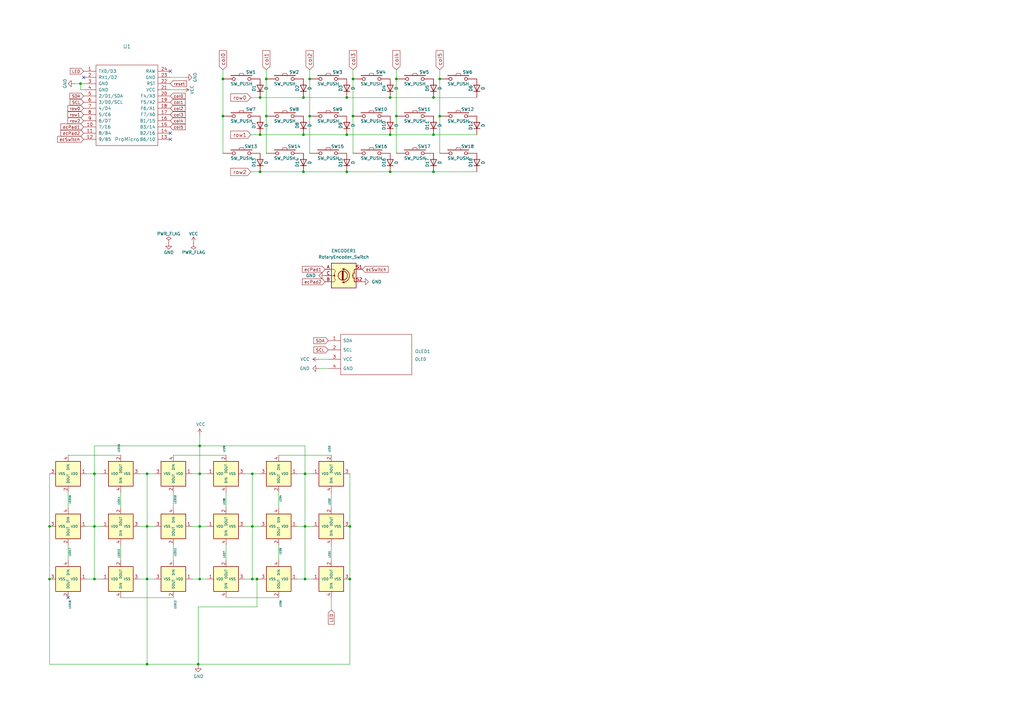
<source format=kicad_sch>
(kicad_sch (version 20211123) (generator eeschema)
  (paper "A3")
  (title_block (title "CheapDeck") (date "27-22-2022") (rev "1.0") (company "Danyal"))
  (lib_symbols
    (symbol "Device:D" (pin_numbers hide) (pin_names (offset 1.016) hide)
      (property "Reference" "D" (at 0 2.54 0))
      (property "Value" "Device_D" (at 0 -2.54 0))
      (symbol "D_0_1"
        (polyline (pts (xy -1.27 1.27) (xy -1.27 -1.27)) (stroke (width 0.254)))
        (polyline (pts (xy 1.27 0) (xy -1.27 0)))
        (polyline (pts (xy 1.27 1.27) (xy 1.27 -1.27) (xy -1.27 0) (xy 1.27 1.27)) (stroke (width 0.254)))
      )
      (symbol "D_1_1"
        (pin passive line (at -3.81 0 0) (length 2.54) (name "K") (number "1"))
        (pin passive line (at 3.81 0 180) (length 2.54) (name "A") (number "2"))
      )
    )
    (symbol "Device:RotaryEncoder_Switch" (pin_names (offset 0.254) hide)
      (property "Reference" "SW" (at 0 6.604 0))
      (property "Value" "RotaryEncoder_Switch" (at 0 -6.604 0))
      (symbol "RotaryEncoder_Switch_0_1"
        (rectangle (start -5.08 5.08) (end 5.08 -5.08) (stroke (width 0.254)) (fill (type background)))
        (circle (center -3.81 0) (radius 0.254) (fill (type outline)))
        (arc (start -0.381 -2.794) (mid 2.3622 -0.0508) (end -0.381 2.667) (stroke (width 0.254)))
        (circle (center -0.381 0) (radius 1.905) (stroke (width 0.254)))
        (polyline (pts (xy -0.635 -1.778) (xy -0.635 1.778)) (stroke (width 0.254)))
        (polyline (pts (xy -0.381 -1.778) (xy -0.381 1.778)) (stroke (width 0.254)))
        (polyline (pts (xy -0.127 1.778) (xy -0.127 -1.778)) (stroke (width 0.254)))
        (polyline (pts (xy 3.81 0) (xy 3.429 0)) (stroke (width 0.254)))
        (polyline (pts (xy 3.81 1.016) (xy 3.81 -1.016)) (stroke (width 0.254)))
        (polyline (pts (xy -5.08 -2.54) (xy -3.81 -2.54) (xy -3.81 -2.032)))
        (polyline (pts (xy -5.08 2.54) (xy -3.81 2.54) (xy -3.81 2.032)))
        (polyline (pts (xy 0.254 -3.048) (xy -0.508 -2.794) (xy 0.127 -2.413)) (stroke (width 0.254)))
        (polyline (pts (xy 0.254 2.921) (xy -0.508 2.667) (xy 0.127 2.286)) (stroke (width 0.254)))
        (polyline (pts (xy 5.08 -2.54) (xy 4.318 -2.54) (xy 4.318 -1.016)) (stroke (width 0.254)))
        (polyline (pts (xy 5.08 2.54) (xy 4.318 2.54) (xy 4.318 1.016)) (stroke (width 0.254)))
        (polyline (pts (xy -5.08 0) (xy -3.81 0) (xy -3.81 -1.016) (xy -3.302 -2.032)))
        (polyline (pts (xy -4.318 0) (xy -3.81 0) (xy -3.81 1.016) (xy -3.302 2.032)))
        (circle (center 4.318 -1.016) (radius 0.127) (stroke (width 0.254)))
        (circle (center 4.318 1.016) (radius 0.127) (stroke (width 0.254)))
      )
      (symbol "RotaryEncoder_Switch_1_1"
        (pin passive line (at -7.62 2.54 0) (length 2.54) (name "A") (number "A"))
        (pin passive line (at -7.62 -2.54 0) (length 2.54) (name "B") (number "B"))
        (pin passive line (at -7.62 0 0) (length 2.54) (name "C") (number "C"))
        (pin passive line (at 7.62 2.54 180) (length 2.54) (name "S1") (number "S1"))
        (pin passive line (at 7.62 -2.54 180) (length 2.54) (name "S2") (number "S2"))
      )
    )
    (symbol "GND_1" (power) (pin_names (offset 0))
      (property "Value" "GND_1" (at 0 -3.81 0))
      (symbol "GND_1_0_1"
        (polyline (pts (xy 0 0) (xy 0 -1.27) (xy 1.27 -1.27) (xy 0 -2.54) (xy -1.27 -1.27) (xy 0 -1.27)))
      )
      (symbol "GND_1_1_1"
        (pin power_in line (at 0 0 270) (length 0) hide (name "GND") (number "1"))
      )
    )
    (symbol "GND_2" (power) (pin_names (offset 0))
      (property "Value" "GND_2" (at 0 -3.81 0))
      (symbol "GND_2_0_1"
        (polyline (pts (xy 0 0) (xy 0 -1.27) (xy 1.27 -1.27) (xy 0 -2.54) (xy -1.27 -1.27) (xy 0 -1.27)))
      )
      (symbol "GND_2_1_1"
        (pin power_in line (at 0 0 270) (length 0) hide (name "GND") (number "1"))
      )
    )
    (symbol "GND_3" (power) (pin_names (offset 0))
      (property "Value" "GND_3" (at 0 -3.81 0))
      (symbol "GND_3_0_1"
        (polyline (pts (xy 0 0) (xy 0 -1.27) (xy 1.27 -1.27) (xy 0 -2.54) (xy -1.27 -1.27) (xy 0 -1.27)))
      )
      (symbol "GND_3_1_1"
        (pin power_in line (at 0 0 270) (length 0) hide (name "GND") (number "1"))
      )
    )
    (symbol "VCC_1" (power) (pin_names (offset 0))
      (property "Value" "VCC_1" (at 0 3.81 0))
      (symbol "VCC_1_0_1"
        (polyline (pts (xy -0.762 1.27) (xy 0 2.54)))
        (polyline (pts (xy 0 0) (xy 0 2.54)))
        (polyline (pts (xy 0 2.54) (xy 0.762 1.27)))
      )
      (symbol "VCC_1_1_1"
        (pin power_in line (at 0 0 90) (length 0) hide (name "VCC") (number "1"))
      )
    )
    (symbol "kbd:OLED" (pin_names (offset 1.016))
      (property "Reference" "OL" (at 0 2.54 0))
      (property "Value" "OLED" (at 0 -1.27 0))
      (symbol "OLED_0_1"
        (rectangle (start -13.97 8.89) (end 15.24 -7.62))
      )
      (symbol "OLED_1_1"
        (pin bidirectional line (at -19.05 6.35 0) (length 5.08) (name "SDA") (number "1"))
        (pin bidirectional line (at -19.05 2.54 0) (length 5.08) (name "SCL") (number "2"))
        (pin power_in line (at -19.05 -1.27 0) (length 5.08) (name "VCC") (number "3"))
        (pin power_in line (at -19.05 -5.08 0) (length 5.08) (name "GND") (number "4"))
      )
    )
    (symbol "kbd:ProMicro" (pin_names (offset 1.016))
      (property "Reference" "U" (at 0 19.05 0))
      (property "Value" "ProMicro" (at 0 -19.05 0))
      (symbol "ProMicro_0_1"
        (rectangle (start -12.7 16.51) (end 12.7 -16.51))
      )
      (symbol "ProMicro_1_1"
        (pin bidirectional line (at -17.78 13.97 0) (length 5.08) (name "TX0/D3") (number "1"))
        (pin bidirectional line (at -17.78 -8.89 0) (length 5.08) (name "7/E6") (number "10"))
        (pin bidirectional line (at -17.78 -11.43 0) (length 5.08) (name "8/B4") (number "11"))
        (pin bidirectional line (at -17.78 -13.97 0) (length 5.08) (name "9/B5") (number "12"))
        (pin bidirectional line (at 17.78 -13.97 180) (length 5.08) (name "B6/10") (number "13"))
        (pin bidirectional line (at 17.78 -11.43 180) (length 5.08) (name "B2/16") (number "14"))
        (pin bidirectional line (at 17.78 -8.89 180) (length 5.08) (name "B3/14") (number "15"))
        (pin bidirectional line (at 17.78 -6.35 180) (length 5.08) (name "B1/15") (number "16"))
        (pin bidirectional line (at 17.78 -3.81 180) (length 5.08) (name "F7/A0") (number "17"))
        (pin bidirectional line (at 17.78 -1.27 180) (length 5.08) (name "F6/A1") (number "18"))
        (pin bidirectional line (at 17.78 1.27 180) (length 5.08) (name "F5/A2") (number "19"))
        (pin bidirectional line (at -17.78 11.43 0) (length 5.08) (name "RX1/D2") (number "2"))
        (pin bidirectional line (at 17.78 3.81 180) (length 5.08) (name "F4/A3") (number "20"))
        (pin power_in line (at 17.78 6.35 180) (length 5.08) (name "VCC") (number "21"))
        (pin input line (at 17.78 8.89 180) (length 5.08) (name "RST") (number "22"))
        (pin power_in line (at 17.78 11.43 180) (length 5.08) (name "GND") (number "23"))
        (pin power_out line (at 17.78 13.97 180) (length 5.08) (name "RAW") (number "24"))
        (pin power_in line (at -17.78 8.89 0) (length 5.08) (name "GND") (number "3"))
        (pin power_in line (at -17.78 6.35 0) (length 5.08) (name "GND") (number "4"))
        (pin bidirectional line (at -17.78 3.81 0) (length 5.08) (name "2/D1/SDA") (number "5"))
        (pin bidirectional line (at -17.78 1.27 0) (length 5.08) (name "3/D0/SCL") (number "6"))
        (pin bidirectional line (at -17.78 -1.27 0) (length 5.08) (name "4/D4") (number "7"))
        (pin bidirectional line (at -17.78 -3.81 0) (length 5.08) (name "5/C6") (number "8"))
        (pin bidirectional line (at -17.78 -6.35 0) (length 5.08) (name "6/D7") (number "9"))
      )
    )
    (symbol "kbd:SW_PUSH" (pin_numbers hide) (pin_names (offset 1.016) hide)
      (property "Reference" "SW" (at 3.81 2.794 0))
      (property "Value" "SW_PUSH" (at 0 -2.032 0))
      (symbol "SW_PUSH_0_1"
        (rectangle (start -4.318 1.27) (end 4.318 1.524))
        (polyline (pts (xy -1.016 1.524) (xy -0.762 2.286) (xy 0.762 2.286) (xy 1.016 1.524)))
        (pin passive inverted (at -7.62 0 0) (length 5.08) (name "1") (number "1"))
        (pin passive inverted (at 7.62 0 180) (length 5.08) (name "2") (number "2"))
      )
    )
    (symbol "kbd:YS-SK6812MINI-E" (pin_names (offset 1.016))
      (property "Reference" "LED" (at 2.54 -7.62 0))
      (property "Value" "YS-SK6812MINI-E" (at 6.35 -6.35 0))
      (symbol "YS-SK6812MINI-E_0_1"
        (rectangle (start -5.08 5.08) (end 5.08 -5.08) (stroke (width 0.254)) (fill (type background)))
      )
      (symbol "YS-SK6812MINI-E_1_1"
        (pin power_in line (at 0 7.62 270) (length 2.54) (name "VDD") (number "1"))
        (pin output line (at 7.62 0 180) (length 2.54) (name "DOUT") (number "2"))
        (pin power_in line (at 0 -7.62 90) (length 2.54) (name "VSS") (number "3"))
        (pin input line (at -7.62 0 0) (length 2.54) (name "DIN") (number "4"))
      )
    )
    (symbol "power:GND" (power) (pin_names (offset 0))
      (property "Value" "power_GND" (at 0 -3.81 0))
      (symbol "GND_0_1"
        (polyline (pts (xy 0 0) (xy 0 -1.27) (xy 1.27 -1.27) (xy 0 -2.54) (xy -1.27 -1.27) (xy 0 -1.27)))
      )
      (symbol "GND_1_1"
        (pin power_in line (at 0 0 270) (length 0) hide (name "GND") (number "1"))
      )
    )
    (symbol "power:PWR_FLAG" (power) (pin_numbers hide) (pin_names (offset 0) hide)
      (property "Value" "power_PWR_FLAG" (at 0 3.81 0))
      (symbol "PWR_FLAG_0_0"
        (pin power_out line (at 0 0 90) (length 0) (name "pwr") (number "1"))
      )
      (symbol "PWR_FLAG_0_1"
        (polyline (pts (xy 0 0) (xy 0 1.27) (xy -1.016 1.905) (xy 0 2.54) (xy 1.016 1.905) (xy 0 1.27)))
      )
    )
    (symbol "power:VCC" (power) (pin_names (offset 0))
      (property "Value" "power_VCC" (at 0 3.81 0))
      (symbol "VCC_0_1"
        (polyline (pts (xy -0.762 1.27) (xy 0 2.54)))
        (polyline (pts (xy 0 0) (xy 0 2.54)))
        (polyline (pts (xy 0 2.54) (xy 0.762 1.27)))
      )
      (symbol "VCC_1_1"
        (pin power_in line (at 0 0 90) (length 0) hide (name "VCC") (number "1"))
      )
    )
  )
  (junction (at 109.22 32.385))
  (junction (at 60.325 194.31))
  (junction (at 103.505 215.9))
  (junction (at 33.02 34.29))
  (junction (at 105.41 237.49))
  (junction (at 124.46 40.005))
  (junction (at 177.8 70.485))
  (junction (at 38.735 215.9))
  (junction (at 106.68 40.005))
  (junction (at 60.325 237.49))
  (junction (at 60.325 215.9))
  (junction (at 81.915 194.31))
  (junction (at 103.505 237.49))
  (junction (at 162.56 47.625))
  (junction (at 180.34 47.625))
  (junction (at 81.915 182.88))
  (junction (at 103.505 194.31))
  (junction (at 91.44 32.385))
  (junction (at 38.735 237.49))
  (junction (at 160.02 55.245))
  (junction (at 142.24 55.245))
  (junction (at 177.8 55.245))
  (junction (at 20.32 215.9))
  (junction (at 81.915 237.49))
  (junction (at 144.78 47.625))
  (junction (at 81.28 272.415))
  (junction (at 38.735 194.31))
  (junction (at 106.68 55.245))
  (junction (at 91.44 47.625))
  (junction (at 160.02 40.005))
  (junction (at 125.095 194.31))
  (junction (at 162.56 32.385))
  (junction (at 20.32 237.49))
  (junction (at 177.8 40.005))
  (junction (at 127 32.385))
  (junction (at 81.915 215.9))
  (junction (at 109.22 47.625))
  (junction (at 60.325 272.415))
  (junction (at 125.095 215.9))
  (junction (at 127 47.625))
  (junction (at 124.46 55.245))
  (junction (at 125.095 237.49))
  (junction (at 124.46 70.485))
  (junction (at 143.51 215.9))
  (junction (at 142.24 70.485))
  (junction (at 144.78 32.385))
  (junction (at 106.68 70.485))
  (junction (at 142.24 40.005))
  (junction (at 160.02 70.485))
  (junction (at 143.51 237.49))
  (junction (at 180.34 32.385))
  (no_connect (at 69.85 57.15))
  (no_connect (at 69.85 29.21))
  (no_connect (at 34.29 31.75))
  (no_connect (at 27.94 245.11))
  (no_connect (at 69.85 54.61))
  (wire (pts (xy 103.505 194.31) (xy 103.505 215.9)))
  (wire (pts (xy 127 32.385) (xy 127 47.625)))
  (wire (pts (xy 177.8 40.005) (xy 195.58 40.005)))
  (wire (pts (xy 124.46 40.005) (xy 142.24 40.005)))
  (wire (pts (xy 81.915 237.49) (xy 81.915 215.9)))
  (wire (pts (xy 142.24 70.485) (xy 160.02 70.485)))
  (wire (pts (xy 91.44 28.575) (xy 91.44 32.385)))
  (wire (pts (xy 121.92 237.49) (xy 125.095 237.49)))
  (wire (pts (xy 103.505 215.9) (xy 106.68 215.9)))
  (wire (pts (xy 49.53 186.69) (xy 27.94 186.69)))
  (wire (pts (xy 128.27 194.31) (xy 125.095 194.31)))
  (wire (pts (xy 38.735 194.31) (xy 38.735 182.88)))
  (wire (pts (xy 92.71 186.69) (xy 71.12 186.69)))
  (wire (pts (xy 69.85 36.83) (xy 74.93 36.83)))
  (wire (pts (xy 38.735 215.9) (xy 41.91 215.9)))
  (wire (pts (xy 92.71 229.87) (xy 92.71 223.52)))
  (wire (pts (xy 81.915 194.31) (xy 81.915 182.88)))
  (wire (pts (xy 69.85 31.75) (xy 76.2 31.75)))
  (wire (pts (xy 144.78 28.575) (xy 144.78 32.385)))
  (wire (pts (xy 60.325 237.49) (xy 63.5 237.49)))
  (wire (pts (xy 106.68 40.005) (xy 124.46 40.005)))
  (wire (pts (xy 81.915 215.9) (xy 81.915 194.31)))
  (wire (pts (xy 114.3 245.11) (xy 92.71 245.11)))
  (wire (pts (xy 81.915 215.9) (xy 85.09 215.9)))
  (wire (pts (xy 106.68 194.31) (xy 103.505 194.31)))
  (wire (pts (xy 180.34 32.385) (xy 180.34 47.625)))
  (wire (pts (xy 130.81 147.32) (xy 134.62 147.32)))
  (wire (pts (xy 49.53 208.28) (xy 49.53 201.93)))
  (wire (pts (xy 109.22 28.575) (xy 109.22 32.385)))
  (wire (pts (xy 125.095 182.88) (xy 125.095 194.31)))
  (wire (pts (xy 60.325 215.9) (xy 63.5 215.9)))
  (wire (pts (xy 30.48 34.29) (xy 33.02 34.29)))
  (wire (pts (xy 160.02 55.245) (xy 177.8 55.245)))
  (wire (pts (xy 38.735 194.31) (xy 41.91 194.31)))
  (wire (pts (xy 135.89 186.69) (xy 114.3 186.69)))
  (wire (pts (xy 49.53 229.87) (xy 49.53 223.52)))
  (wire (pts (xy 127 47.625) (xy 127 62.865)))
  (wire (pts (xy 135.89 201.93) (xy 135.89 208.28)))
  (wire (pts (xy 100.33 237.49) (xy 103.505 237.49)))
  (wire (pts (xy 135.89 223.52) (xy 135.89 229.87)))
  (wire (pts (xy 160.02 40.005) (xy 177.8 40.005)))
  (wire (pts (xy 35.56 194.31) (xy 38.735 194.31)))
  (wire (pts (xy 142.24 55.245) (xy 160.02 55.245)))
  (wire (pts (xy 143.51 215.9) (xy 143.51 237.49)))
  (wire (pts (xy 35.56 237.49) (xy 38.735 237.49)))
  (wire (pts (xy 177.8 70.485) (xy 195.58 70.485)))
  (wire (pts (xy 106.68 70.485) (xy 124.46 70.485)))
  (wire (pts (xy 114.3 223.52) (xy 114.3 229.87)))
  (wire (pts (xy 125.095 215.9) (xy 128.27 215.9)))
  (wire (pts (xy 35.56 215.9) (xy 38.735 215.9)))
  (wire (pts (xy 78.74 237.49) (xy 81.915 237.49)))
  (wire (pts (xy 130.81 151.13) (xy 134.62 151.13)))
  (wire (pts (xy 103.505 237.49) (xy 105.41 237.49)))
  (wire (pts (xy 100.33 194.31) (xy 103.505 194.31)))
  (wire (pts (xy 60.325 272.415) (xy 20.32 272.415)))
  (wire (pts (xy 81.915 237.49) (xy 85.09 237.49)))
  (wire (pts (xy 20.32 237.49) (xy 20.32 272.415)))
  (wire (pts (xy 71.12 245.11) (xy 49.53 245.11)))
  (wire (pts (xy 105.41 248.92) (xy 105.41 237.49)))
  (wire (pts (xy 180.34 28.575) (xy 180.34 32.385)))
  (wire (pts (xy 125.095 237.49) (xy 128.27 237.49)))
  (wire (pts (xy 81.28 272.415) (xy 81.28 248.92)))
  (wire (pts (xy 81.915 194.31) (xy 85.09 194.31)))
  (wire (pts (xy 125.095 194.31) (xy 125.095 215.9)))
  (wire (pts (xy 105.41 237.49) (xy 106.68 237.49)))
  (wire (pts (xy 125.095 194.31) (xy 121.92 194.31)))
  (wire (pts (xy 160.02 70.485) (xy 177.8 70.485)))
  (wire (pts (xy 57.15 237.49) (xy 60.325 237.49)))
  (wire (pts (xy 102.87 55.245) (xy 106.68 55.245)))
  (wire (pts (xy 142.24 40.005) (xy 160.02 40.005)))
  (wire (pts (xy 109.22 32.385) (xy 109.22 47.625)))
  (wire (pts (xy 125.095 237.49) (xy 125.095 215.9)))
  (wire (pts (xy 63.5 194.31) (xy 60.325 194.31)))
  (wire (pts (xy 106.68 55.245) (xy 124.46 55.245)))
  (wire (pts (xy 144.78 32.385) (xy 144.78 47.625)))
  (wire (pts (xy 121.92 215.9) (xy 125.095 215.9)))
  (wire (pts (xy 27.94 223.52) (xy 27.94 229.87)))
  (wire (pts (xy 57.15 215.9) (xy 60.325 215.9)))
  (wire (pts (xy 71.12 208.28) (xy 71.12 201.93)))
  (wire (pts (xy 38.735 237.49) (xy 38.735 215.9)))
  (wire (pts (xy 60.325 237.49) (xy 60.325 272.415)))
  (wire (pts (xy 143.51 194.31) (xy 143.51 215.9)))
  (wire (pts (xy 33.02 34.29) (xy 33.02 36.83)))
  (wire (pts (xy 34.29 36.83) (xy 33.02 36.83)))
  (wire (pts (xy 143.51 237.49) (xy 143.51 272.415)))
  (wire (pts (xy 102.87 40.005) (xy 106.68 40.005)))
  (wire (pts (xy 81.28 248.92) (xy 105.41 248.92)))
  (wire (pts (xy 162.56 28.575) (xy 162.56 32.385)))
  (wire (pts (xy 102.87 70.485) (xy 106.68 70.485)))
  (wire (pts (xy 124.46 70.485) (xy 142.24 70.485)))
  (wire (pts (xy 91.44 32.385) (xy 91.44 47.625)))
  (wire (pts (xy 135.89 245.11) (xy 135.89 250.19)))
  (wire (pts (xy 60.325 194.31) (xy 60.325 215.9)))
  (wire (pts (xy 124.46 55.245) (xy 142.24 55.245)))
  (wire (pts (xy 114.3 201.93) (xy 114.3 208.28)))
  (wire (pts (xy 60.325 272.415) (xy 81.28 272.415)))
  (wire (pts (xy 125.095 182.88) (xy 81.915 182.88)))
  (wire (pts (xy 38.735 215.9) (xy 38.735 194.31)))
  (wire (pts (xy 100.33 215.9) (xy 103.505 215.9)))
  (wire (pts (xy 81.915 178.435) (xy 81.915 182.88)))
  (wire (pts (xy 92.71 208.28) (xy 92.71 201.93)))
  (wire (pts (xy 81.28 272.415) (xy 143.51 272.415)))
  (wire (pts (xy 60.325 215.9) (xy 60.325 237.49)))
  (wire (pts (xy 41.91 237.49) (xy 38.735 237.49)))
  (wire (pts (xy 71.12 223.52) (xy 71.12 229.87)))
  (wire (pts (xy 177.8 55.245) (xy 195.58 55.245)))
  (wire (pts (xy 144.78 47.625) (xy 144.78 62.865)))
  (wire (pts (xy 33.02 34.29) (xy 34.29 34.29)))
  (wire (pts (xy 78.74 194.31) (xy 81.915 194.31)))
  (wire (pts (xy 162.56 32.385) (xy 162.56 47.625)))
  (wire (pts (xy 127 28.575) (xy 127 32.385)))
  (wire (pts (xy 109.22 47.625) (xy 109.22 62.865)))
  (wire (pts (xy 27.94 201.93) (xy 27.94 208.28)))
  (wire (pts (xy 20.32 215.9) (xy 20.32 237.49)))
  (wire (pts (xy 81.28 272.415) (xy 81.28 273.05)))
  (wire (pts (xy 20.32 194.31) (xy 20.32 215.9)))
  (wire (pts (xy 162.56 47.625) (xy 162.56 62.865)))
  (wire (pts (xy 57.15 194.31) (xy 60.325 194.31)))
  (wire (pts (xy 180.34 47.625) (xy 180.34 62.865)))
  (wire (pts (xy 103.505 215.9) (xy 103.505 237.49)))
  (wire (pts (xy 91.44 47.625) (xy 91.44 62.865)))
  (wire (pts (xy 81.915 182.88) (xy 38.735 182.88)))
  (wire (pts (xy 78.74 215.9) (xy 81.915 215.9)))
  (global_label "ecPad1" (shape input) (at 133.35 110.49 180) (property "Intersheet References" "${INTERSHEET_REFS}" (effects hide)))
  (global_label "col1" (shape input) (at 109.22 28.575 90) (effects (font (size 1.524 1.524))) (property "Intersheet References" "${INTERSHEET_REFS}" (effects hide)))
  (global_label "SCL" (shape input) (at 34.29 41.91 180) (effects (font (size 1.1938 1.1938))) (property "Intersheet References" "${INTERSHEET_REFS}" (effects hide)))
  (global_label "col3" (shape input) (at 144.78 28.575 90) (effects (font (size 1.524 1.524))) (property "Intersheet References" "${INTERSHEET_REFS}" (effects hide)))
  (global_label "SDA" (shape input) (at 134.62 139.7 180) (property "Intersheet References" "${INTERSHEET_REFS}" (effects hide)))
  (global_label "ecPad2" (shape input) (at 34.29 54.61 180) (property "Intersheet References" "${INTERSHEET_REFS}" (effects hide)))
  (global_label "col3" (shape input) (at 69.85 46.99 0) (effects (font (size 1.1938 1.1938))) (property "Intersheet References" "${INTERSHEET_REFS}" (effects hide)))
  (global_label "SDA" (shape input) (at 34.29 39.37 180) (effects (font (size 1.1938 1.1938))) (property "Intersheet References" "${INTERSHEET_REFS}" (effects hide)))
  (global_label "ecSwitch" (shape input) (at 148.59 110.49 0) (property "Intersheet References" "${INTERSHEET_REFS}" (effects hide)))
  (global_label "ecPad1" (shape input) (at 34.29 52.07 180) (property "Intersheet References" "${INTERSHEET_REFS}" (effects hide)))
  (global_label "col2" (shape input) (at 69.85 44.45 0) (effects (font (size 1.1938 1.1938))) (property "Intersheet References" "${INTERSHEET_REFS}" (effects hide)))
  (global_label "row1" (shape input) (at 34.29 46.99 180) (effects (font (size 1.1938 1.1938))) (property "Intersheet References" "${INTERSHEET_REFS}" (effects hide)))
  (global_label "col0" (shape input) (at 91.44 28.575 90) (effects (font (size 1.524 1.524))) (property "Intersheet References" "${INTERSHEET_REFS}" (effects hide)))
  (global_label "LED" (shape input) (at 34.29 29.21 180) (effects (font (size 1.1938 1.1938))) (property "Intersheet References" "${INTERSHEET_REFS}" (effects hide)))
  (global_label "col4" (shape input) (at 69.85 49.53 0) (effects (font (size 1.1938 1.1938))) (property "Intersheet References" "${INTERSHEET_REFS}" (effects hide)))
  (global_label "LED" (shape input) (at 135.89 250.19 270) (property "Intersheet References" "${INTERSHEET_REFS}" (effects hide)))
  (global_label "reset" (shape input) (at 69.85 34.29 0) (effects (font (size 1.1938 1.1938))) (property "Intersheet References" "${INTERSHEET_REFS}" (effects hide)))
  (global_label "ecPad2" (shape input) (at 133.35 115.57 180) (property "Intersheet References" "${INTERSHEET_REFS}" (effects hide)))
  (global_label "row0" (shape input) (at 102.87 40.005 180) (effects (font (size 1.524 1.524))) (property "Intersheet References" "${INTERSHEET_REFS}" (effects hide)))
  (global_label "col1" (shape input) (at 69.85 41.91 0) (effects (font (size 1.1938 1.1938))) (property "Intersheet References" "${INTERSHEET_REFS}" (effects hide)))
  (global_label "row2" (shape input) (at 102.87 70.485 180) (effects (font (size 1.524 1.524))) (property "Intersheet References" "${INTERSHEET_REFS}" (effects hide)))
  (global_label "row0" (shape input) (at 34.29 44.45 180) (effects (font (size 1.1938 1.1938))) (property "Intersheet References" "${INTERSHEET_REFS}" (effects hide)))
  (global_label "SCL" (shape input) (at 134.62 143.51 180) (property "Intersheet References" "${INTERSHEET_REFS}" (effects hide)))
  (global_label "col4" (shape input) (at 162.56 28.575 90) (effects (font (size 1.524 1.524))) (property "Intersheet References" "${INTERSHEET_REFS}" (effects hide)))
  (global_label "col2" (shape input) (at 127 28.575 90) (effects (font (size 1.524 1.524))) (property "Intersheet References" "${INTERSHEET_REFS}" (effects hide)))
  (global_label "col0" (shape input) (at 69.85 39.37 0) (effects (font (size 1.1938 1.1938))) (property "Intersheet References" "${INTERSHEET_REFS}" (effects hide)))
  (global_label "col5" (shape input) (at 69.85 52.07 0) (effects (font (size 1.1938 1.1938))) (property "Intersheet References" "${INTERSHEET_REFS}" (effects hide)))
  (global_label "ecSwitch" (shape input) (at 34.29 57.15 180) (property "Intersheet References" "${INTERSHEET_REFS}" (effects hide)))
  (global_label "col5" (shape input) (at 180.34 28.575 90) (effects (font (size 1.524 1.524))) (property "Intersheet References" "${INTERSHEET_REFS}" (effects hide)))
  (global_label "row1" (shape input) (at 102.87 55.245 180) (effects (font (size 1.524 1.524))) (property "Intersheet References" "${INTERSHEET_REFS}" (effects hide)))
  (global_label "row2" (shape input) (at 34.29 49.53 180) (effects (font (size 1.1938 1.1938))) (property "Intersheet References" "${INTERSHEET_REFS}" (effects hide)))
  (symbol (lib_id "kbd:ProMicro") (at 52.07 43.18 0) (unit 1)
    (property "Reference" "U1" (at 52.07 19.05 0) (effects (font (size 1.524 1.524))))
    (property "Value" "ProMicro" (at 52.07 57.15 0) (effects (font (size 1.524 1.524))))
    (property "Footprint" "kbd:ProMicro_v3" (effects hide))
  )
  (symbol (lib_id "kbd:SW_PUSH") (at 116.84 32.385 0) (unit 1)
    (property "Reference" "SW2" (at 120.65 29.591 0))
    (property "Value" "SW_PUSH" (at 116.84 34.417 0))
    (property "Footprint" "kbd:CherryMX_Hotswap" (effects hide))
  )
  (symbol (lib_id "Device:D") (at 124.46 36.195 90) (unit 1)
    (property "Reference" "D2" (at 121.92 36.195 0))
    (property "Value" "D" (at 127 36.195 0))
    (property "Footprint" "kbd:D3_SMD_v2" (effects hide))
  )
  (symbol (lib_id "kbd:SW_PUSH") (at 134.62 32.385 0) (unit 1)
    (property "Reference" "SW3" (at 138.43 29.591 0))
    (property "Value" "SW_PUSH" (at 134.62 34.417 0))
    (property "Footprint" "kbd:CherryMX_Hotswap" (effects hide))
  )
  (symbol (lib_id "Device:D") (at 142.24 36.195 90) (unit 1)
    (property "Reference" "D3" (at 139.7 36.195 0))
    (property "Value" "D" (at 144.78 36.195 0))
    (property "Footprint" "kbd:D3_SMD_v2" (effects hide))
  )
  (symbol (lib_id "kbd:SW_PUSH") (at 152.4 32.385 0) (unit 1)
    (property "Reference" "SW4" (at 156.21 29.591 0))
    (property "Value" "SW_PUSH" (at 152.4 34.417 0))
    (property "Footprint" "kbd:CherryMX_Hotswap" (effects hide))
  )
  (symbol (lib_id "kbd:SW_PUSH") (at 170.18 32.385 0) (unit 1)
    (property "Reference" "SW5" (at 173.99 29.591 0))
    (property "Value" "SW_PUSH" (at 170.18 34.417 0))
    (property "Footprint" "kbd:CherryMX_Hotswap" (effects hide))
  )
  (symbol (lib_id "kbd:SW_PUSH") (at 187.96 32.385 0) (unit 1)
    (property "Reference" "SW6" (at 191.77 29.591 0))
    (property "Value" "SW_PUSH" (at 187.96 34.417 0))
    (property "Footprint" "kbd:CherryMX_Hotswap" (effects hide))
  )
  (symbol (lib_id "Device:D") (at 160.02 36.195 90) (unit 1)
    (property "Reference" "D4" (at 157.48 36.195 0))
    (property "Value" "D" (at 162.56 36.195 0))
    (property "Footprint" "kbd:D3_SMD_v2" (effects hide))
  )
  (symbol (lib_id "Device:D") (at 177.8 36.195 90) (unit 1)
    (property "Reference" "D5" (at 175.26 36.195 0))
    (property "Value" "D" (at 180.34 36.195 0))
    (property "Footprint" "kbd:D3_SMD_v2" (effects hide))
  )
  (symbol (lib_id "Device:D") (at 195.58 36.195 90) (unit 1)
    (property "Reference" "D6" (at 193.04 36.195 0))
    (property "Value" "D" (at 198.12 36.195 0))
    (property "Footprint" "kbd:D3_SMD_v2" (effects hide))
  )
  (symbol (lib_id "kbd:SW_PUSH") (at 99.06 32.385 0) (unit 1)
    (property "Reference" "SW1" (at 102.87 29.591 0))
    (property "Value" "SW_PUSH" (at 99.06 34.417 0))
    (property "Footprint" "kbd:CherryMX_Hotswap" (effects hide))
  )
  (symbol (lib_id "Device:D") (at 106.68 36.195 90) (unit 1)
    (property "Reference" "D1" (at 104.14 36.195 0))
    (property "Value" "D" (at 109.22 36.195 0))
    (property "Footprint" "kbd:D3_SMD_v2" (effects hide))
  )
  (symbol (lib_id "kbd:SW_PUSH") (at 116.84 47.625 0) (unit 1)
    (property "Reference" "SW8" (at 120.65 44.831 0))
    (property "Value" "SW_PUSH" (at 116.84 49.657 0))
    (property "Footprint" "kbd:CherryMX_Hotswap" (effects hide))
  )
  (symbol (lib_id "Device:D") (at 124.46 51.435 90) (unit 1)
    (property "Reference" "D8" (at 121.92 51.435 0))
    (property "Value" "D" (at 127 51.435 0))
    (property "Footprint" "kbd:D3_SMD_v2" (effects hide))
  )
  (symbol (lib_id "kbd:SW_PUSH") (at 134.62 47.625 0) (unit 1)
    (property "Reference" "SW9" (at 138.43 44.831 0))
    (property "Value" "SW_PUSH" (at 134.62 49.657 0))
    (property "Footprint" "kbd:CherryMX_Hotswap" (effects hide))
  )
  (symbol (lib_id "Device:D") (at 142.24 51.435 90) (unit 1)
    (property "Reference" "D9" (at 139.7 51.435 0))
    (property "Value" "D" (at 144.78 51.435 0))
    (property "Footprint" "kbd:D3_SMD_v2" (effects hide))
  )
  (symbol (lib_id "kbd:SW_PUSH") (at 152.4 47.625 0) (unit 1)
    (property "Reference" "SW10" (at 156.21 44.831 0))
    (property "Value" "SW_PUSH" (at 152.4 49.657 0))
    (property "Footprint" "kbd:CherryMX_Hotswap" (effects hide))
  )
  (symbol (lib_id "kbd:SW_PUSH") (at 170.18 47.625 0) (unit 1)
    (property "Reference" "SW11" (at 173.99 44.831 0))
    (property "Value" "SW_PUSH" (at 170.18 49.657 0))
    (property "Footprint" "kbd:CherryMX_Hotswap" (effects hide))
  )
  (symbol (lib_id "kbd:SW_PUSH") (at 187.96 47.625 0) (unit 1)
    (property "Reference" "SW12" (at 191.77 44.831 0))
    (property "Value" "SW_PUSH" (at 187.96 49.657 0))
    (property "Footprint" "kbd:CherryMX_Hotswap" (effects hide))
  )
  (symbol (lib_id "Device:D") (at 160.02 51.435 90) (unit 1)
    (property "Reference" "D10" (at 157.48 51.435 0))
    (property "Value" "D" (at 162.56 51.435 0))
    (property "Footprint" "kbd:D3_SMD_v2" (effects hide))
  )
  (symbol (lib_id "Device:D") (at 177.8 51.435 90) (unit 1)
    (property "Reference" "D11" (at 175.26 51.435 0))
    (property "Value" "D" (at 180.34 51.435 0))
    (property "Footprint" "kbd:D3_SMD_v2" (effects hide))
  )
  (symbol (lib_id "Device:D") (at 195.58 51.435 90) (unit 1)
    (property "Reference" "D12" (at 193.04 51.435 0))
    (property "Value" "D" (at 198.12 51.435 0))
    (property "Footprint" "kbd:D3_SMD_v2" (effects hide))
  )
  (symbol (lib_id "kbd:SW_PUSH") (at 99.06 47.625 0) (unit 1)
    (property "Reference" "SW7" (at 102.87 44.831 0))
    (property "Value" "SW_PUSH" (at 99.06 49.657 0))
    (property "Footprint" "kbd:CherryMX_Hotswap" (effects hide))
  )
  (symbol (lib_id "Device:D") (at 106.68 51.435 90) (unit 1)
    (property "Reference" "D7" (at 104.14 51.435 0))
    (property "Value" "D" (at 109.22 51.435 0))
    (property "Footprint" "kbd:D3_SMD_v2" (effects hide))
  )
  (symbol (lib_id "kbd:SW_PUSH") (at 116.84 62.865 0) (unit 1)
    (property "Reference" "SW14" (at 120.65 60.071 0))
    (property "Value" "SW_PUSH" (at 116.84 64.897 0))
    (property "Footprint" "kbd:CherryMX_Hotswap" (effects hide))
  )
  (symbol (lib_id "Device:D") (at 124.46 66.675 90) (unit 1)
    (property "Reference" "D14" (at 121.92 66.675 0))
    (property "Value" "D" (at 127 66.675 0))
    (property "Footprint" "kbd:D3_SMD_v2" (effects hide))
  )
  (symbol (lib_id "kbd:SW_PUSH") (at 134.62 62.865 0) (unit 1)
    (property "Reference" "SW15" (at 138.43 60.071 0))
    (property "Value" "SW_PUSH" (at 134.62 64.897 0))
    (property "Footprint" "kbd:CherryMX_Hotswap" (effects hide))
  )
  (symbol (lib_id "Device:D") (at 142.24 66.675 90) (unit 1)
    (property "Reference" "D15" (at 139.7 66.675 0))
    (property "Value" "D" (at 144.78 66.675 0))
    (property "Footprint" "kbd:D3_SMD_v2" (effects hide))
  )
  (symbol (lib_id "kbd:SW_PUSH") (at 152.4 62.865 0) (unit 1)
    (property "Reference" "SW16" (at 156.21 60.071 0))
    (property "Value" "SW_PUSH" (at 152.4 64.897 0))
    (property "Footprint" "kbd:CherryMX_Hotswap" (effects hide))
  )
  (symbol (lib_id "kbd:SW_PUSH") (at 170.18 62.865 0) (unit 1)
    (property "Reference" "SW17" (at 173.99 60.071 0))
    (property "Value" "SW_PUSH" (at 170.18 64.897 0))
    (property "Footprint" "kbd:CherryMX_Hotswap" (effects hide))
  )
  (symbol (lib_id "kbd:SW_PUSH") (at 187.96 62.865 0) (unit 1)
    (property "Reference" "SW18" (at 191.77 60.071 0))
    (property "Value" "SW_PUSH" (at 187.96 64.897 0))
    (property "Footprint" "kbd:CherryMX_Hotswap" (effects hide))
  )
  (symbol (lib_id "Device:D") (at 160.02 66.675 90) (unit 1)
    (property "Reference" "D16" (at 157.48 66.675 0))
    (property "Value" "D" (at 162.56 66.675 0))
    (property "Footprint" "kbd:D3_SMD_v2" (effects hide))
  )
  (symbol (lib_id "Device:D") (at 177.8 66.675 90) (unit 1)
    (property "Reference" "D17" (at 175.26 66.675 0))
    (property "Value" "D" (at 180.34 66.675 0))
    (property "Footprint" "kbd:D3_SMD_v2" (effects hide))
  )
  (symbol (lib_id "Device:D") (at 195.58 66.675 90) (unit 1)
    (property "Reference" "D18" (at 193.04 66.675 0))
    (property "Value" "D" (at 198.12 66.675 0))
    (property "Footprint" "kbd:D3_SMD_v2" (effects hide))
  )
  (symbol (lib_id "kbd:SW_PUSH") (at 99.06 62.865 0) (unit 1)
    (property "Reference" "SW13" (at 102.87 60.071 0))
    (property "Value" "SW_PUSH" (at 99.06 64.897 0))
    (property "Footprint" "kbd:CherryMX_Hotswap" (effects hide))
  )
  (symbol (lib_id "Device:D") (at 106.68 66.675 90) (unit 1)
    (property "Reference" "D13" (at 104.14 66.675 0))
    (property "Value" "D" (at 109.22 66.675 0))
    (property "Footprint" "kbd:D3_SMD_v2" (effects hide))
  )
  (symbol (lib_id "power:GND") (at 76.2 31.75 90) (unit 1)
    (property "Reference" "#PWR07" (effects hide))
    (property "Value" "GND" (at 80.01 31.75 0))
  )
  (symbol (lib_id "power:VCC") (at 74.93 36.83 270) (unit 1)
    (property "Reference" "#PWR09" (effects hide))
    (property "Value" "VCC" (at 78.74 36.83 0))
  )
  (symbol (lib_id "power:GND") (at 30.48 34.29 270) (unit 1)
    (property "Reference" "#PWR08" (effects hide))
    (property "Value" "GND" (at 26.67 34.29 0))
  )
  (symbol (lib_id "power:GND") (at 69.215 99.695 0) (unit 1)
    (property "Reference" "#PWR04" (effects hide))
    (property "Value" "GND" (at 69.215 103.505 0))
  )
  (symbol (lib_id "power:VCC") (at 79.375 99.695 0) (unit 1)
    (property "Reference" "#PWR05" (effects hide))
    (property "Value" "VCC" (at 79.375 95.885 0))
  )
  (symbol (lib_id "power:PWR_FLAG") (at 79.375 99.695 180) (unit 1)
    (property "Reference" "#FLG02" (effects hide))
    (property "Value" "PWR_FLAG" (at 79.375 103.505 0))
  )
  (symbol (lib_id "power:PWR_FLAG") (at 69.215 99.695 0) (unit 1)
    (property "Reference" "#FLG01" (effects hide))
    (property "Value" "PWR_FLAG" (at 69.215 95.885 0))
  )
  (symbol (lib_id "kbd:YS-SK6812MINI-E") (at 27.94 194.31 270) (unit 1)
    (property "Reference" "LED16" (at 28.702 203.0476 0) (effects (font (size 0.7366 0.7366)) (justify left)))
    (property "Value" "YS-SK6812MINI-E" (effects hide))
    (property "Footprint" "kbd:YS-SK6812MINI-E" (effects hide))
  )
  (symbol (lib_id "kbd:YS-SK6812MINI-E") (at 49.53 194.31 90) (unit 1)
    (property "Reference" "LED15" (at 48.768 185.5724 0) (effects (font (size 0.7366 0.7366)) (justify left)))
    (property "Value" "YS-SK6812MINI-E" (effects hide))
    (property "Footprint" "kbd:YS-SK6812MINI-E" (effects hide))
  )
  (symbol (lib_id "kbd:YS-SK6812MINI-E") (at 71.12 194.31 270) (unit 1)
    (property "Reference" "LED10" (at 71.882 203.0476 0) (effects (font (size 0.7366 0.7366)) (justify left)))
    (property "Value" "YS-SK6812MINI-E" (effects hide))
    (property "Footprint" "kbd:YS-SK6812MINI-E" (effects hide))
  )
  (symbol (lib_id "kbd:YS-SK6812MINI-E") (at 92.71 194.31 90) (unit 1)
    (property "Reference" "LED9" (at 91.948 185.5724 0) (effects (font (size 0.7366 0.7366)) (justify left)))
    (property "Value" "YS-SK6812MINI-E" (effects hide))
    (property "Footprint" "kbd:YS-SK6812MINI-E" (effects hide))
  )
  (symbol (lib_id "kbd:YS-SK6812MINI-E") (at 114.3 194.31 270) (unit 1)
    (property "Reference" "LED4" (at 115.062 203.0476 0) (effects (font (size 0.7366 0.7366)) (justify left)))
    (property "Value" "YS-SK6812MINI-E" (effects hide))
    (property "Footprint" "kbd:YS-SK6812MINI-E" (effects hide))
  )
  (symbol (lib_id "kbd:YS-SK6812MINI-E") (at 135.89 194.31 90) (unit 1)
    (property "Reference" "LED3" (at 135.128 185.5724 0) (effects (font (size 0.7366 0.7366)) (justify left)))
    (property "Value" "YS-SK6812MINI-E" (effects hide))
    (property "Footprint" "kbd:YS-SK6812MINI-E" (effects hide))
  )
  (symbol (lib_id "kbd:YS-SK6812MINI-E") (at 27.94 215.9 270) (unit 1)
    (property "Reference" "LED17" (at 28.702 224.6376 0) (effects (font (size 0.7366 0.7366)) (justify left)))
    (property "Value" "YS-SK6812MINI-E" (effects hide))
    (property "Footprint" "kbd:YS-SK6812MINI-E" (effects hide))
  )
  (symbol (lib_id "kbd:YS-SK6812MINI-E") (at 49.53 215.9 90) (unit 1)
    (property "Reference" "LED14" (at 48.768 207.1624 0) (effects (font (size 0.7366 0.7366)) (justify left)))
    (property "Value" "YS-SK6812MINI-E" (effects hide))
    (property "Footprint" "kbd:YS-SK6812MINI-E" (effects hide))
  )
  (symbol (lib_id "kbd:YS-SK6812MINI-E") (at 71.12 215.9 270) (unit 1)
    (property "Reference" "LED11" (at 71.882 224.6376 0) (effects (font (size 0.7366 0.7366)) (justify left)))
    (property "Value" "YS-SK6812MINI-E" (effects hide))
    (property "Footprint" "kbd:YS-SK6812MINI-E" (effects hide))
  )
  (symbol (lib_id "kbd:YS-SK6812MINI-E") (at 92.71 215.9 90) (unit 1)
    (property "Reference" "LED8" (at 91.948 207.1624 0) (effects (font (size 0.7366 0.7366)) (justify left)))
    (property "Value" "YS-SK6812MINI-E" (effects hide))
    (property "Footprint" "kbd:YS-SK6812MINI-E" (effects hide))
  )
  (symbol (lib_id "kbd:YS-SK6812MINI-E") (at 114.3 215.9 270) (unit 1)
    (property "Reference" "LED5" (at 115.062 224.6376 0) (effects (font (size 0.7366 0.7366)) (justify left)))
    (property "Value" "YS-SK6812MINI-E" (effects hide))
    (property "Footprint" "kbd:YS-SK6812MINI-E" (effects hide))
  )
  (symbol (lib_id "kbd:YS-SK6812MINI-E") (at 135.89 215.9 90) (unit 1)
    (property "Reference" "LED2" (at 135.128 207.1624 0) (effects (font (size 0.7366 0.7366)) (justify left)))
    (property "Value" "YS-SK6812MINI-E" (effects hide))
    (property "Footprint" "kbd:YS-SK6812MINI-E" (effects hide))
  )
  (symbol (lib_id "kbd:YS-SK6812MINI-E") (at 27.94 237.49 270) (unit 1)
    (property "Reference" "LED18" (at 28.702 246.2276 0) (effects (font (size 0.7366 0.7366)) (justify left)))
    (property "Value" "YS-SK6812MINI-E" (effects hide))
    (property "Footprint" "kbd:YS-SK6812MINI-E" (effects hide))
  )
  (symbol (lib_id "kbd:YS-SK6812MINI-E") (at 49.53 237.49 90) (unit 1)
    (property "Reference" "LED13" (at 48.768 228.7524 0) (effects (font (size 0.7366 0.7366)) (justify left)))
    (property "Value" "YS-SK6812MINI-E" (effects hide))
    (property "Footprint" "kbd:YS-SK6812MINI-E" (effects hide))
  )
  (symbol (lib_id "kbd:YS-SK6812MINI-E") (at 71.12 237.49 270) (unit 1)
    (property "Reference" "LED12" (at 71.882 246.2276 0) (effects (font (size 0.7366 0.7366)) (justify left)))
    (property "Value" "YS-SK6812MINI-E" (effects hide))
    (property "Footprint" "kbd:YS-SK6812MINI-E" (effects hide))
  )
  (symbol (lib_id "kbd:YS-SK6812MINI-E") (at 92.71 237.49 90) (unit 1)
    (property "Reference" "LED7" (at 91.948 228.7524 0) (effects (font (size 0.7366 0.7366)) (justify left)))
    (property "Value" "YS-SK6812MINI-E" (effects hide))
    (property "Footprint" "kbd:YS-SK6812MINI-E" (effects hide))
  )
  (symbol (lib_id "kbd:YS-SK6812MINI-E") (at 114.3 237.49 270) (unit 1)
    (property "Reference" "LED6" (at 115.062 246.2276 0) (effects (font (size 0.7366 0.7366)) (justify left)))
    (property "Value" "YS-SK6812MINI-E" (effects hide))
    (property "Footprint" "kbd:YS-SK6812MINI-E" (effects hide))
  )
  (symbol (lib_id "kbd:YS-SK6812MINI-E") (at 135.89 237.49 90) (unit 1)
    (property "Reference" "LED1" (at 135.128 228.7524 0) (effects (font (size 0.7366 0.7366)) (justify left)))
    (property "Value" "YS-SK6812MINI-E" (effects hide))
    (property "Footprint" "kbd:YS-SK6812MINI-E" (effects hide))
  )
  (symbol (lib_id "power:VCC") (at 81.915 178.435 0) (unit 1)
    (property "Reference" "#PWR03" (effects hide))
    (property "Value" "VCC" (at 82.3468 174.0408 0))
  )
  (symbol (lib_id "power:GND") (at 81.28 273.05 0) (unit 1)
    (property "Reference" "#PWR014" (effects hide))
    (property "Value" "GND" (at 81.407 277.4442 0))
  )
  (symbol (lib_name "GND_2") (lib_id "power:GND") (at 148.59 115.57 90) (unit 1)
    (property "Reference" "#PWR0101" (effects hide))
    (property "Value" "GND" (at 152.4 115.5699 90) (effects (justify right)))
  )
  (symbol (lib_name "VCC_1") (lib_id "power:VCC") (at 130.81 147.32 90) (unit 1)
    (property "Reference" "#PWR0104" (effects hide))
    (property "Value" "VCC" (at 127 147.3199 90) (effects (justify left)))
  )
  (symbol (lib_name "GND_1") (lib_id "power:GND") (at 133.35 113.03 270) (unit 1)
    (property "Reference" "#PWR0102" (effects hide))
    (property "Value" "GND" (at 129.54 113.0299 90) (effects (justify right)))
  )
  (symbol (lib_id "Device:RotaryEncoder_Switch") (at 140.97 113.03 0) (unit 1)
    (property "Reference" "ENCODER1" (at 140.97 102.87 0))
    (property "Value" "RotaryEncoder_Switch" (at 140.97 105.41 0))
    (property "Footprint" "Rotary_Encoder:RotaryEncoder_Alps_EC11E-Switch_Vertical_H20mm_CircularMountingHoles" (effects hide))
  )
  (symbol (lib_name "GND_3") (lib_id "power:GND") (at 130.81 151.13 270) (unit 1)
    (property "Reference" "#PWR0103" (effects hide))
    (property "Value" "GND" (at 127 151.1299 90) (effects (justify right)))
  )
  (symbol (lib_id "kbd:OLED") (at 153.67 146.05 0) (unit 1)
    (property "Reference" "OLED1" (at 170.18 144.145 0) (effects (font (size 1.2954 1.2954)) (justify left)))
    (property "Value" "OLED" (at 170.18 147.32 0) (effects (font (size 1.1938 1.1938)) (justify left)))
    (property "Footprint" "kbd:OLED_v2" (effects hide))
  )
)
</source>
